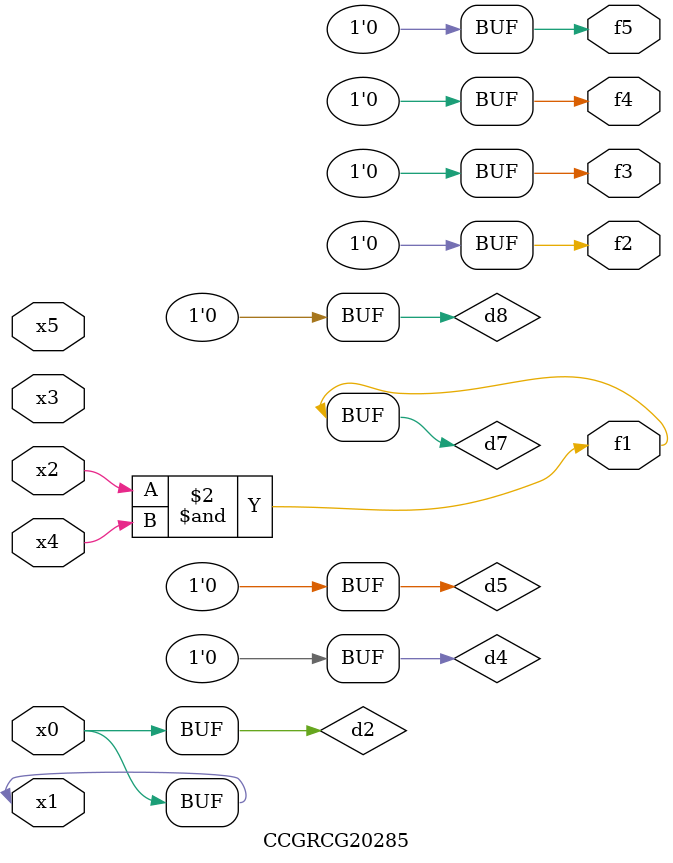
<source format=v>
module CCGRCG20285(
	input x0, x1, x2, x3, x4, x5,
	output f1, f2, f3, f4, f5
);

	wire d1, d2, d3, d4, d5, d6, d7, d8, d9;

	nand (d1, x1);
	buf (d2, x0, x1);
	nand (d3, x2, x4);
	and (d4, d1, d2);
	and (d5, d1, d2);
	nand (d6, d1, d3);
	not (d7, d3);
	xor (d8, d5);
	nor (d9, d5, d6);
	assign f1 = d7;
	assign f2 = d8;
	assign f3 = d8;
	assign f4 = d8;
	assign f5 = d8;
endmodule

</source>
